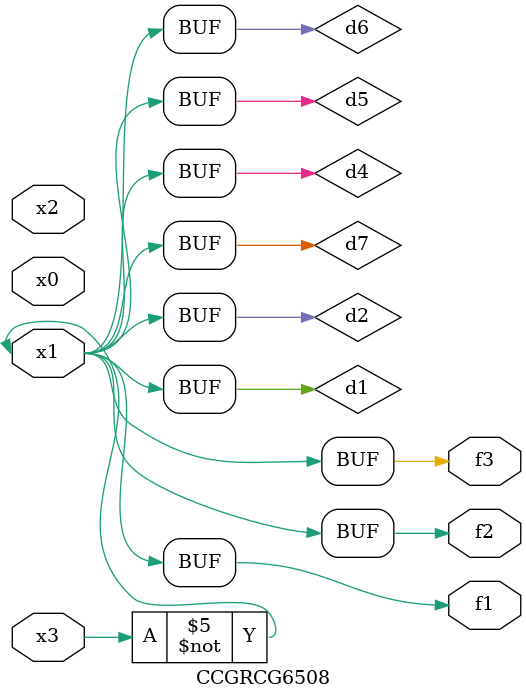
<source format=v>
module CCGRCG6508(
	input x0, x1, x2, x3,
	output f1, f2, f3
);

	wire d1, d2, d3, d4, d5, d6, d7;

	not (d1, x3);
	buf (d2, x1);
	xnor (d3, d1, d2);
	nor (d4, d1);
	buf (d5, d1, d2);
	buf (d6, d4, d5);
	nand (d7, d4);
	assign f1 = d6;
	assign f2 = d7;
	assign f3 = d6;
endmodule

</source>
